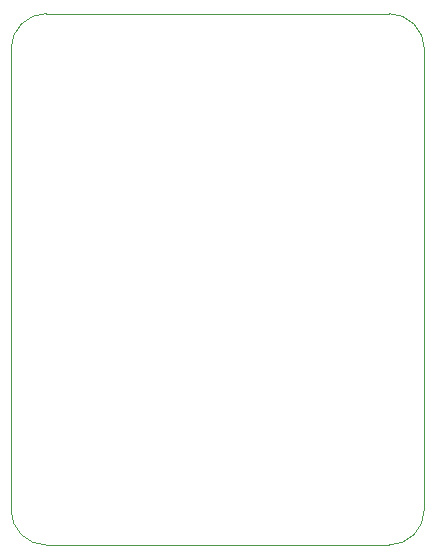
<source format=gbr>
%TF.GenerationSoftware,KiCad,Pcbnew,(5.99.0-12750-ge81b516a82)*%
%TF.CreationDate,2021-11-10T18:22:52+01:00*%
%TF.ProjectId,PrecisionCurrentSource,50726563-6973-4696-9f6e-43757272656e,A*%
%TF.SameCoordinates,Original*%
%TF.FileFunction,Profile,NP*%
%FSLAX46Y46*%
G04 Gerber Fmt 4.6, Leading zero omitted, Abs format (unit mm)*
G04 Created by KiCad (PCBNEW (5.99.0-12750-ge81b516a82)) date 2021-11-10 18:22:52*
%MOMM*%
%LPD*%
G01*
G04 APERTURE LIST*
%TA.AperFunction,Profile*%
%ADD10C,0.100000*%
%TD*%
G04 APERTURE END LIST*
D10*
X128500000Y-129000000D02*
X128500000Y-90000000D01*
X128500000Y-90000000D02*
G75*
G02*
X131500000Y-87000000I3000000J0D01*
G01*
X163500000Y-90000000D02*
X163500000Y-129000000D01*
X131500000Y-87000000D02*
X160500000Y-87000000D01*
X160500000Y-132000000D02*
X131500000Y-132000000D01*
X163500000Y-129000000D02*
G75*
G02*
X160500000Y-132000000I-3000000J0D01*
G01*
X163500000Y-90000000D02*
G75*
G03*
X160500000Y-87000000I-3000000J0D01*
G01*
X128500000Y-129000000D02*
G75*
G03*
X131500000Y-132000000I3000000J0D01*
G01*
M02*

</source>
